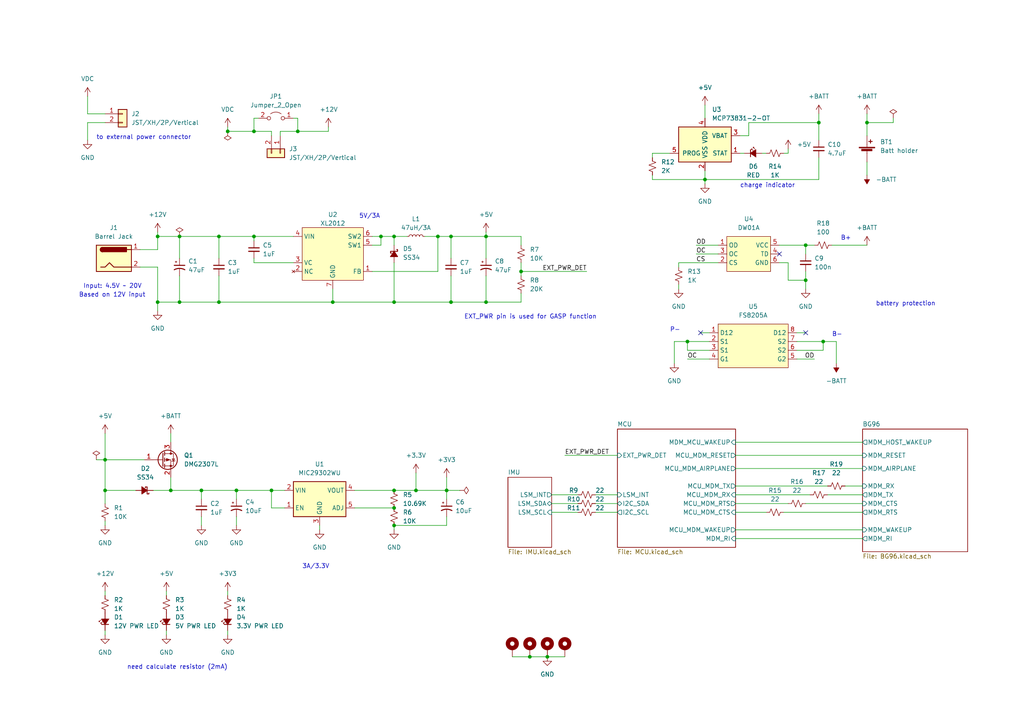
<source format=kicad_sch>
(kicad_sch (version 20211123) (generator eeschema)
  (paper "A4")
  (lib_symbols
    (symbol "+3.3V_1" (power) (pin_names (offset 0))
      (property "Value" "+3.3V_1" (at 0 3.556 0))
      (symbol "+3.3V_1_0_1"
        (polyline (pts (xy -0.762 1.27) (xy 0 2.54)))
        (polyline (pts (xy 0 0) (xy 0 2.54)))
        (polyline (pts (xy 0 2.54) (xy 0.762 1.27)))
      )
      (symbol "+3.3V_1_1_1"
        (pin power_in line (at 0 0 90) (length 0) hide (name "+3.3V") (number "1"))
      )
    )
    (symbol "Battery_Management:MCP73831-2-OT" (pin_names (offset 1.016))
      (property "Reference" "U" (at -7.62 6.35 0))
      (property "Value" "MCP73831-2-OT" (at 1.27 6.35 0))
      (symbol "MCP73831-2-OT_0_1"
        (rectangle (start -7.62 5.08) (end 7.62 -5.08) (stroke (width 0.254)) (fill (type background)))
      )
      (symbol "MCP73831-2-OT_1_1"
        (pin output line (at 10.16 -2.54 180) (length 2.54) (name "STAT") (number "1"))
        (pin power_in line (at 0 -7.62 90) (length 2.54) (name "VSS") (number "2"))
        (pin power_out line (at 10.16 2.54 180) (length 2.54) (name "VBAT") (number "3"))
        (pin power_in line (at 0 7.62 270) (length 2.54) (name "VDD") (number "4"))
        (pin input line (at -10.16 -2.54 0) (length 2.54) (name "PROG") (number "5"))
      )
    )
    (symbol "Connector:Barrel_Jack" (pin_names (offset 1.016))
      (property "Reference" "J" (at 0 5.334 0))
      (property "Value" "Barrel_Jack" (at 0 -5.08 0))
      (symbol "Barrel_Jack_0_1"
        (rectangle (start -5.08 3.81) (end 5.08 -3.81) (stroke (width 0.254)) (fill (type background)))
        (arc (start -3.302 3.175) (mid -3.937 2.54) (end -3.302 1.905) (stroke (width 0.254)))
        (arc (start -3.302 3.175) (mid -3.937 2.54) (end -3.302 1.905) (stroke (width 0.254)) (fill (type outline)))
        (polyline (pts (xy 5.08 2.54) (xy 3.81 2.54)) (stroke (width 0.254)))
        (polyline (pts (xy -3.81 -2.54) (xy -2.54 -2.54) (xy -1.27 -1.27) (xy 0 -2.54) (xy 2.54 -2.54) (xy 5.08 -2.54)) (stroke (width 0.254)))
        (rectangle (start 3.683 3.175) (end -3.302 1.905) (stroke (width 0.254)) (fill (type outline)))
      )
      (symbol "Barrel_Jack_1_1"
        (pin passive line (at 7.62 2.54 180) (length 2.54) (name "~") (number "1"))
        (pin passive line (at 7.62 -2.54 180) (length 2.54) (name "~") (number "2"))
      )
    )
    (symbol "Connector_Generic:Conn_01x02" (pin_names (offset 1.016) hide)
      (property "Reference" "J" (at 0 2.54 0))
      (property "Value" "Conn_01x02" (at 0 -5.08 0))
      (symbol "Conn_01x02_1_1"
        (rectangle (start -1.27 -2.413) (end 0 -2.667) (stroke (width 0.1524)))
        (rectangle (start -1.27 0.127) (end 0 -0.127) (stroke (width 0.1524)))
        (rectangle (start -1.27 1.27) (end 1.27 -3.81) (stroke (width 0.254)) (fill (type background)))
        (pin passive line (at -5.08 0 0) (length 3.81) (name "Pin_1") (number "1"))
        (pin passive line (at -5.08 -2.54 0) (length 3.81) (name "Pin_2") (number "2"))
      )
    )
    (symbol "Device:Battery_Cell" (pin_numbers hide) (pin_names (offset 0) hide)
      (property "Reference" "BT" (at 2.54 2.54 0))
      (property "Value" "Battery_Cell" (at 2.54 0 0))
      (symbol "Battery_Cell_0_1"
        (rectangle (start -2.286 1.778) (end 2.286 1.524) (fill (type outline)))
        (rectangle (start -1.5748 1.1938) (end 1.4732 0.6858) (fill (type outline)))
        (polyline (pts (xy 0 0.762) (xy 0 0)))
        (polyline (pts (xy 0 1.778) (xy 0 2.54)))
        (polyline (pts (xy 0.508 3.429) (xy 1.524 3.429)) (stroke (width 0.254)))
        (polyline (pts (xy 1.016 3.937) (xy 1.016 2.921)) (stroke (width 0.254)))
      )
      (symbol "Battery_Cell_1_1"
        (pin passive line (at 0 5.08 270) (length 2.54) (name "+") (number "1"))
        (pin passive line (at 0 -2.54 90) (length 2.54) (name "-") (number "2"))
      )
    )
    (symbol "Device:C_Polarized_Small_US" (pin_numbers hide) (pin_names (offset 0.254) hide)
      (property "Reference" "C" (at 0.254 1.778 0))
      (property "Value" "C_Polarized_Small_US" (at 0.254 -2.032 0))
      (symbol "C_Polarized_Small_US_0_1"
        (polyline (pts (xy -1.524 0.508) (xy 1.524 0.508)) (stroke (width 0.3048)))
        (polyline (pts (xy -1.27 1.524) (xy -0.762 1.524)))
        (polyline (pts (xy -1.016 1.27) (xy -1.016 1.778)))
        (arc (start 1.524 -0.762) (mid 0 -0.3734) (end -1.524 -0.762) (stroke (width 0.3048)))
      )
      (symbol "C_Polarized_Small_US_1_1"
        (pin passive line (at 0 2.54 270) (length 2.032) (name "~") (number "1"))
        (pin passive line (at 0 -2.54 90) (length 2.032) (name "~") (number "2"))
      )
    )
    (symbol "Device:C_Small" (pin_numbers hide) (pin_names (offset 0.254) hide)
      (property "Reference" "C" (at 0.254 1.778 0))
      (property "Value" "C_Small" (at 0.254 -2.032 0))
      (symbol "C_Small_0_1"
        (polyline (pts (xy -1.524 -0.508) (xy 1.524 -0.508)) (stroke (width 0.3302)))
        (polyline (pts (xy -1.524 0.508) (xy 1.524 0.508)) (stroke (width 0.3048)))
      )
      (symbol "C_Small_1_1"
        (pin passive line (at 0 2.54 270) (length 2.032) (name "~") (number "1"))
        (pin passive line (at 0 -2.54 90) (length 2.032) (name "~") (number "2"))
      )
    )
    (symbol "Device:D_Schottky_Small_Filled" (pin_numbers hide) (pin_names (offset 0.254) hide)
      (property "Reference" "D" (at -1.27 2.032 0))
      (property "Value" "D_Schottky_Small_Filled" (at -7.112 -2.032 0))
      (symbol "D_Schottky_Small_Filled_0_1"
        (polyline (pts (xy -0.762 0) (xy 0.762 0)))
        (polyline (pts (xy 0.762 -1.016) (xy -0.762 0) (xy 0.762 1.016) (xy 0.762 -1.016)) (stroke (width 0.254)) (fill (type outline)))
        (polyline (pts (xy -1.27 0.762) (xy -1.27 1.016) (xy -0.762 1.016) (xy -0.762 -1.016) (xy -0.254 -1.016) (xy -0.254 -0.762)) (stroke (width 0.254)))
      )
      (symbol "D_Schottky_Small_Filled_1_1"
        (pin passive line (at -2.54 0 0) (length 1.778) (name "K") (number "1"))
        (pin passive line (at 2.54 0 180) (length 1.778) (name "A") (number "2"))
      )
    )
    (symbol "Device:LED_Small_Filled" (pin_numbers hide) (pin_names (offset 0.254) hide)
      (property "Reference" "D" (at -1.27 3.175 0))
      (property "Value" "LED_Small_Filled" (at -4.445 -2.54 0))
      (symbol "LED_Small_Filled_0_1"
        (polyline (pts (xy -0.762 -1.016) (xy -0.762 1.016)) (stroke (width 0.254)))
        (polyline (pts (xy 1.016 0) (xy -0.762 0)))
        (polyline (pts (xy 0.762 -1.016) (xy -0.762 0) (xy 0.762 1.016) (xy 0.762 -1.016)) (stroke (width 0.254)) (fill (type outline)))
        (polyline (pts (xy 0 0.762) (xy -0.508 1.27) (xy -0.254 1.27) (xy -0.508 1.27) (xy -0.508 1.016)))
        (polyline (pts (xy 0.508 1.27) (xy 0 1.778) (xy 0.254 1.778) (xy 0 1.778) (xy 0 1.524)))
      )
      (symbol "LED_Small_Filled_1_1"
        (pin passive line (at -2.54 0 0) (length 1.778) (name "K") (number "1"))
        (pin passive line (at 2.54 0 180) (length 1.778) (name "A") (number "2"))
      )
    )
    (symbol "Device:L_Small" (pin_numbers hide) (pin_names (offset 0.254) hide)
      (property "Reference" "L" (at 0.762 1.016 0))
      (property "Value" "L_Small" (at 0.762 -1.016 0))
      (symbol "L_Small_0_1"
        (arc (start 0 -2.032) (mid 0.508 -1.524) (end 0 -1.016))
        (arc (start 0 -1.016) (mid 0.508 -0.508) (end 0 0))
        (arc (start 0 0) (mid 0.508 0.508) (end 0 1.016))
        (arc (start 0 1.016) (mid 0.508 1.524) (end 0 2.032))
      )
      (symbol "L_Small_1_1"
        (pin passive line (at 0 2.54 270) (length 0.508) (name "~") (number "1"))
        (pin passive line (at 0 -2.54 90) (length 0.508) (name "~") (number "2"))
      )
    )
    (symbol "Device:R_Small_US" (pin_numbers hide) (pin_names (offset 0.254) hide)
      (property "Reference" "R" (at 0.762 0.508 0))
      (property "Value" "R_Small_US" (at 0.762 -1.016 0))
      (symbol "R_Small_US_1_1"
        (polyline (pts (xy 0 0) (xy 1.016 -0.381) (xy 0 -0.762) (xy -1.016 -1.143) (xy 0 -1.524)))
        (polyline (pts (xy 0 1.524) (xy 1.016 1.143) (xy 0 0.762) (xy -1.016 0.381) (xy 0 0)))
        (pin passive line (at 0 2.54 270) (length 1.016) (name "~") (number "1"))
        (pin passive line (at 0 -2.54 90) (length 1.016) (name "~") (number "2"))
      )
    )
    (symbol "Jumper:Jumper_2_Open" (pin_names (offset 0) hide)
      (property "Reference" "JP" (at 0 2.794 0))
      (property "Value" "Jumper_2_Open" (at 0 -2.286 0))
      (symbol "Jumper_2_Open_0_0"
        (circle (center -2.032 0) (radius 0.508))
        (circle (center 2.032 0) (radius 0.508))
      )
      (symbol "Jumper_2_Open_0_1"
        (arc (start 1.524 1.27) (mid 0 1.778) (end -1.524 1.27))
      )
      (symbol "Jumper_2_Open_1_1"
        (pin passive line (at -5.08 0 0) (length 2.54) (name "A") (number "1"))
        (pin passive line (at 5.08 0 180) (length 2.54) (name "B") (number "2"))
      )
    )
    (symbol "Mechanical:MountingHole_Pad" (pin_numbers hide) (pin_names (offset 1.016) hide)
      (property "Reference" "H" (at 0 6.35 0))
      (property "Value" "MountingHole_Pad" (at 0 4.445 0))
      (symbol "MountingHole_Pad_0_1"
        (circle (center 0 1.27) (radius 1.27) (stroke (width 1.27)))
      )
      (symbol "MountingHole_Pad_1_1"
        (pin input line (at 0 -2.54 90) (length 2.54) (name "1") (number "1"))
      )
    )
    (symbol "Regulator_Linear:MIC29302WU"
      (property "Reference" "U" (at -6.35 6.35 0))
      (property "Value" "MIC29302WU" (at 2.54 6.35 0))
      (symbol "MIC29302WU_1_1"
        (rectangle (start -7.62 5.08) (end 7.62 -5.08) (stroke (width 0.254)) (fill (type background)))
        (pin input line (at -10.16 -2.54 0) (length 2.54) (name "EN") (number "1"))
        (pin power_in line (at -10.16 2.54 0) (length 2.54) (name "VIN") (number "2"))
        (pin power_in line (at 0 -7.62 90) (length 2.54) (name "GND") (number "3"))
        (pin power_out line (at 10.16 2.54 180) (length 2.54) (name "VOUT") (number "4"))
        (pin input line (at 10.16 -2.54 180) (length 2.54) (name "ADJ") (number "5"))
      )
    )
    (symbol "Transistor_FET:DMG2301L" (pin_names hide)
      (property "Reference" "Q" (at 5.08 1.905 0))
      (property "Value" "DMG2301L" (at 5.08 0 0))
      (symbol "DMG2301L_0_1"
        (polyline (pts (xy 0.254 0) (xy -2.54 0)))
        (polyline (pts (xy 0.254 1.905) (xy 0.254 -1.905)) (stroke (width 0.254)))
        (polyline (pts (xy 0.762 -1.27) (xy 0.762 -2.286)) (stroke (width 0.254)))
        (polyline (pts (xy 0.762 0.508) (xy 0.762 -0.508)) (stroke (width 0.254)))
        (polyline (pts (xy 0.762 2.286) (xy 0.762 1.27)) (stroke (width 0.254)))
        (polyline (pts (xy 2.54 2.54) (xy 2.54 1.778)))
        (polyline (pts (xy 2.54 -2.54) (xy 2.54 0) (xy 0.762 0)))
        (polyline (pts (xy 0.762 1.778) (xy 3.302 1.778) (xy 3.302 -1.778) (xy 0.762 -1.778)))
        (polyline (pts (xy 2.286 0) (xy 1.27 0.381) (xy 1.27 -0.381) (xy 2.286 0)) (fill (type outline)))
        (polyline (pts (xy 2.794 -0.508) (xy 2.921 -0.381) (xy 3.683 -0.381) (xy 3.81 -0.254)))
        (polyline (pts (xy 3.302 -0.381) (xy 2.921 0.254) (xy 3.683 0.254) (xy 3.302 -0.381)))
        (circle (center 1.651 0) (radius 2.794) (stroke (width 0.254)))
        (circle (center 2.54 -1.778) (radius 0.254) (fill (type outline)))
        (circle (center 2.54 1.778) (radius 0.254) (fill (type outline)))
      )
      (symbol "DMG2301L_1_1"
        (pin input line (at -5.08 0 0) (length 2.54) (name "G") (number "1"))
        (pin passive line (at 2.54 -5.08 90) (length 2.54) (name "S") (number "2"))
        (pin passive line (at 2.54 5.08 270) (length 2.54) (name "D") (number "3"))
      )
    )
    (symbol "power:+12V" (power) (pin_names (offset 0))
      (property "Value" "+12V" (at 0 3.556 0))
      (symbol "+12V_0_1"
        (polyline (pts (xy -0.762 1.27) (xy 0 2.54)))
        (polyline (pts (xy 0 0) (xy 0 2.54)))
        (polyline (pts (xy 0 2.54) (xy 0.762 1.27)))
      )
      (symbol "+12V_1_1"
        (pin power_in line (at 0 0 90) (length 0) hide (name "+12V") (number "1"))
      )
    )
    (symbol "power:+3.3V" (power) (pin_names (offset 0))
      (property "Value" "+3.3V" (at 0 3.556 0))
      (symbol "+3.3V_0_1"
        (polyline (pts (xy -0.762 1.27) (xy 0 2.54)))
        (polyline (pts (xy 0 0) (xy 0 2.54)))
        (polyline (pts (xy 0 2.54) (xy 0.762 1.27)))
      )
      (symbol "+3.3V_1_1"
        (pin power_in line (at 0 0 90) (length 0) hide (name "+3V3") (number "1"))
      )
    )
    (symbol "power:+5V" (power) (pin_names (offset 0))
      (property "Value" "+5V" (at 0 3.556 0))
      (symbol "+5V_0_1"
        (polyline (pts (xy -0.762 1.27) (xy 0 2.54)))
        (polyline (pts (xy 0 0) (xy 0 2.54)))
        (polyline (pts (xy 0 2.54) (xy 0.762 1.27)))
      )
      (symbol "+5V_1_1"
        (pin power_in line (at 0 0 90) (length 0) hide (name "+5V") (number "1"))
      )
    )
    (symbol "power:+BATT" (power) (pin_names (offset 0))
      (property "Value" "+BATT" (at 0 3.556 0))
      (symbol "+BATT_0_1"
        (polyline (pts (xy -0.762 1.27) (xy 0 2.54)))
        (polyline (pts (xy 0 0) (xy 0 2.54)))
        (polyline (pts (xy 0 2.54) (xy 0.762 1.27)))
      )
      (symbol "+BATT_1_1"
        (pin power_in line (at 0 0 90) (length 0) hide (name "+BATT") (number "1"))
      )
    )
    (symbol "power:-BATT" (power) (pin_names (offset 0))
      (property "Value" "-BATT" (at 0 3.556 0))
      (symbol "-BATT_0_1"
        (polyline (pts (xy 0 0) (xy 0 2.54)))
        (polyline (pts (xy 0.762 1.27) (xy -0.762 1.27) (xy 0 2.54) (xy 0.762 1.27)) (fill (type outline)))
      )
      (symbol "-BATT_1_1"
        (pin power_in line (at 0 0 90) (length 0) hide (name "-BATT") (number "1"))
      )
    )
    (symbol "power:GND" (power) (pin_names (offset 0))
      (property "Value" "GND" (at 0 -3.81 0))
      (symbol "GND_0_1"
        (polyline (pts (xy 0 0) (xy 0 -1.27) (xy 1.27 -1.27) (xy 0 -2.54) (xy -1.27 -1.27) (xy 0 -1.27)))
      )
      (symbol "GND_1_1"
        (pin power_in line (at 0 0 270) (length 0) hide (name "GND") (number "1"))
      )
    )
    (symbol "power:PWR_FLAG" (power) (pin_numbers hide) (pin_names (offset 0) hide)
      (property "Value" "PWR_FLAG" (at 0 3.81 0))
      (symbol "PWR_FLAG_0_0"
        (pin power_out line (at 0 0 90) (length 0) (name "pwr") (number "1"))
      )
      (symbol "PWR_FLAG_0_1"
        (polyline (pts (xy 0 0) (xy 0 1.27) (xy -1.016 1.905) (xy 0 2.54) (xy 1.016 1.905) (xy 0 1.27)))
      )
    )
    (symbol "power:VDC" (power) (pin_names (offset 0))
      (property "Value" "VDC" (at 0 6.35 0))
      (symbol "VDC_0_1"
        (polyline (pts (xy -0.762 1.27) (xy 0 2.54)))
        (polyline (pts (xy 0 0) (xy 0 2.54)))
        (polyline (pts (xy 0 2.54) (xy 0.762 1.27)))
      )
      (symbol "VDC_1_1"
        (pin power_in line (at 0 0 90) (length 0) hide (name "VDC") (number "1"))
      )
    )
    (symbol "project-lib:DW01A"
      (property "Reference" "U11" (at 0 10.16 0))
      (property "Value" "DW01A" (at 0 7.62 0))
      (symbol "DW01A_0_1"
        (rectangle (start -6.35 5.08) (end 6.35 -5.08) (fill (type background)))
      )
      (symbol "DW01A_1_1"
        (pin output line (at -8.89 2.54 0) (length 2.54) (name "OD") (number "1"))
        (pin input line (at -8.89 -2.54 0) (length 2.54) (name "CS") (number "2"))
        (pin output line (at -8.89 0 0) (length 2.54) (name "OC") (number "3"))
        (pin input line (at 8.89 0 180) (length 2.54) (name "TD") (number "4"))
        (pin power_in line (at 8.89 2.54 180) (length 2.54) (name "VCC") (number "5"))
        (pin power_in line (at 8.89 -2.54 180) (length 2.54) (name "GND") (number "6"))
      )
    )
    (symbol "project-lib:FS8205A"
      (property "Reference" "U8" (at 0 10.16 0))
      (property "Value" "FS8205A" (at 0 7.62 0))
      (symbol "FS8205A_0_1"
        (rectangle (start -10.16 5.08) (end 10.16 -7.62) (fill (type background)))
      )
      (symbol "FS8205A_1_1"
        (pin passive line (at -12.7 2.54 0) (length 2.54) (name "D12") (number "1"))
        (pin passive line (at -12.7 0 0) (length 2.54) (name "S1") (number "2"))
        (pin passive line (at -12.7 -2.54 0) (length 2.54) (name "S1") (number "3"))
        (pin passive line (at -12.7 -5.08 0) (length 2.54) (name "G1") (number "4"))
        (pin passive line (at 12.7 -5.08 180) (length 2.54) (name "G2") (number "5"))
        (pin passive line (at 12.7 -2.54 180) (length 2.54) (name "S2") (number "6"))
        (pin passive line (at 12.7 0 180) (length 2.54) (name "S2") (number "7"))
        (pin passive line (at 12.7 2.54 180) (length 2.54) (name "D12") (number "8"))
      )
    )
    (symbol "project-lib:XL2012"
      (property "Reference" "U" (at 1.27 35.56 0))
      (property "Value" "XL2012" (at 1.27 35.56 0))
      (symbol "XL2012_0_1"
        (rectangle (start -8.89 7.62) (end 8.89 -7.62) (fill (type background)))
      )
      (symbol "XL2012_1_1"
        (pin input line (at 11.43 -5.08 180) (length 2.54) (name "FB") (number "1"))
        (pin no_connect line (at -11.43 -5.08 0) (length 2.54) (name "NC") (number "2"))
        (pin input line (at -11.43 -2.54 0) (length 2.54) (name "VC") (number "3"))
        (pin power_in line (at -11.43 5.08 0) (length 2.54) (name "VIN") (number "4"))
        (pin output line (at 11.43 2.54 180) (length 2.54) (name "SW1") (number "5"))
        (pin output line (at 11.43 5.08 180) (length 2.54) (name "SW2") (number "6"))
        (pin power_in line (at 0 -10.16 90) (length 2.54) (name "GND") (number "7"))
        (pin power_in line (at 0 -10.16 90) (length 2.54) hide (name "GND") (number "8"))
      )
    )
  )
  (junction (at 237.49 35.56))
  (junction (at 58.42 142.24))
  (junction (at 52.07 68.58))
  (junction (at 130.81 87.63))
  (junction (at 238.76 99.06))
  (junction (at 204.47 52.07))
  (junction (at 233.68 81.28))
  (junction (at 114.3 142.24))
  (junction (at 73.66 68.58))
  (junction (at 73.66 38.1))
  (junction (at 45.72 87.63))
  (junction (at 129.54 142.24))
  (junction (at 140.97 68.58))
  (junction (at 140.97 87.63))
  (junction (at 30.48 133.35))
  (junction (at 120.65 142.24))
  (junction (at 110.49 68.58))
  (junction (at 68.58 142.24))
  (junction (at 114.3 152.4))
  (junction (at 251.46 35.56))
  (junction (at 86.36 38.1))
  (junction (at 45.72 68.58))
  (junction (at 114.3 147.32))
  (junction (at 114.3 68.58))
  (junction (at 153.67 190.5))
  (junction (at 233.68 71.12))
  (junction (at 151.13 78.74))
  (junction (at 78.74 142.24))
  (junction (at 158.75 190.5))
  (junction (at 66.04 38.1))
  (junction (at 127 68.58))
  (junction (at 63.5 87.63))
  (junction (at 96.52 87.63))
  (junction (at 63.5 68.58))
  (junction (at 199.39 99.06))
  (junction (at 49.53 142.24))
  (junction (at 52.07 87.63))
  (junction (at 130.81 68.58))
  (junction (at 30.48 142.24))
  (junction (at 114.3 87.63))
  (no_connect (at 233.68 96.52))
  (no_connect (at 226.06 73.66))
  (no_connect (at 203.2 96.52))
  (wire (pts (xy 45.72 68.58) (xy 45.72 72.39)))
  (wire (pts (xy 233.68 83.82) (xy 233.68 81.28)))
  (wire (pts (xy 214.63 44.45) (xy 215.9 44.45)))
  (wire (pts (xy 213.36 135.89) (xy 250.19 135.89)))
  (wire (pts (xy 231.14 96.52) (xy 233.68 96.52)))
  (wire (pts (xy 66.04 36.83) (xy 66.04 38.1)))
  (wire (pts (xy 213.36 128.27) (xy 250.19 128.27)))
  (wire (pts (xy 30.48 33.02) (xy 25.4 33.02)))
  (wire (pts (xy 241.3 71.12) (xy 251.46 71.12)))
  (wire (pts (xy 204.47 52.07) (xy 204.47 53.34)))
  (wire (pts (xy 160.02 148.59) (xy 167.64 148.59)))
  (wire (pts (xy 228.6 76.2) (xy 228.6 81.28)))
  (wire (pts (xy 196.85 76.2) (xy 208.28 76.2)))
  (wire (pts (xy 228.6 81.28) (xy 233.68 81.28)))
  (wire (pts (xy 110.49 68.58) (xy 114.3 68.58)))
  (wire (pts (xy 204.47 52.07) (xy 204.47 49.53)))
  (wire (pts (xy 73.66 34.29) (xy 73.66 38.1)))
  (wire (pts (xy 195.58 99.06) (xy 199.39 99.06)))
  (wire (pts (xy 30.48 133.35) (xy 41.91 133.35)))
  (wire (pts (xy 78.74 147.32) (xy 78.74 142.24)))
  (wire (pts (xy 78.74 142.24) (xy 82.55 142.24)))
  (wire (pts (xy 107.95 71.12) (xy 110.49 71.12)))
  (wire (pts (xy 48.26 182.88) (xy 48.26 184.15)))
  (wire (pts (xy 213.36 153.67) (xy 250.19 153.67)))
  (wire (pts (xy 151.13 78.74) (xy 151.13 80.01)))
  (wire (pts (xy 49.53 125.73) (xy 49.53 128.27)))
  (wire (pts (xy 214.63 39.37) (xy 217.17 39.37)))
  (wire (pts (xy 160.02 143.51) (xy 167.64 143.51)))
  (wire (pts (xy 45.72 67.31) (xy 45.72 68.58)))
  (wire (pts (xy 237.49 45.72) (xy 237.49 52.07)))
  (wire (pts (xy 245.11 140.97) (xy 250.19 140.97)))
  (wire (pts (xy 123.19 68.58) (xy 127 68.58)))
  (wire (pts (xy 213.36 146.05) (xy 228.6 146.05)))
  (wire (pts (xy 86.36 38.1) (xy 95.25 38.1)))
  (wire (pts (xy 81.28 39.37) (xy 81.28 38.1)))
  (wire (pts (xy 140.97 68.58) (xy 151.13 68.58)))
  (wire (pts (xy 220.98 44.45) (xy 222.25 44.45)))
  (wire (pts (xy 85.09 34.29) (xy 86.36 34.29)))
  (wire (pts (xy 189.23 52.07) (xy 204.47 52.07)))
  (wire (pts (xy 120.65 142.24) (xy 129.54 142.24)))
  (wire (pts (xy 30.48 133.35) (xy 30.48 142.24)))
  (wire (pts (xy 25.4 27.94) (xy 25.4 33.02)))
  (wire (pts (xy 96.52 87.63) (xy 114.3 87.63)))
  (wire (pts (xy 63.5 68.58) (xy 63.5 74.93)))
  (wire (pts (xy 73.66 74.93) (xy 73.66 76.2)))
  (wire (pts (xy 52.07 68.58) (xy 52.07 74.93)))
  (wire (pts (xy 102.87 147.32) (xy 114.3 147.32)))
  (wire (pts (xy 92.71 152.4) (xy 92.71 153.67)))
  (wire (pts (xy 204.47 30.48) (xy 204.47 34.29)))
  (wire (pts (xy 58.42 142.24) (xy 58.42 144.78)))
  (wire (pts (xy 217.17 35.56) (xy 237.49 35.56)))
  (wire (pts (xy 129.54 138.43) (xy 129.54 142.24)))
  (wire (pts (xy 129.54 142.24) (xy 133.35 142.24)))
  (wire (pts (xy 151.13 76.2) (xy 151.13 78.74)))
  (wire (pts (xy 45.72 90.17) (xy 45.72 87.63)))
  (wire (pts (xy 194.31 44.45) (xy 189.23 44.45)))
  (wire (pts (xy 237.49 35.56) (xy 237.49 40.64)))
  (wire (pts (xy 52.07 87.63) (xy 52.07 80.01)))
  (wire (pts (xy 107.95 68.58) (xy 110.49 68.58)))
  (wire (pts (xy 226.06 71.12) (xy 233.68 71.12)))
  (wire (pts (xy 58.42 149.86) (xy 58.42 152.4)))
  (wire (pts (xy 127 78.74) (xy 127 68.58)))
  (wire (pts (xy 114.3 76.2) (xy 114.3 87.63)))
  (wire (pts (xy 58.42 142.24) (xy 68.58 142.24)))
  (wire (pts (xy 199.39 101.6) (xy 199.39 99.06)))
  (wire (pts (xy 189.23 50.8) (xy 189.23 52.07)))
  (wire (pts (xy 82.55 147.32) (xy 78.74 147.32)))
  (wire (pts (xy 127 68.58) (xy 130.81 68.58)))
  (wire (pts (xy 114.3 152.4) (xy 114.3 153.67)))
  (wire (pts (xy 242.57 105.41) (xy 242.57 99.06)))
  (wire (pts (xy 227.33 148.59) (xy 250.19 148.59)))
  (wire (pts (xy 238.76 99.06) (xy 242.57 99.06)))
  (wire (pts (xy 102.87 142.24) (xy 114.3 142.24)))
  (wire (pts (xy 52.07 87.63) (xy 63.5 87.63)))
  (wire (pts (xy 231.14 99.06) (xy 238.76 99.06)))
  (wire (pts (xy 172.72 148.59) (xy 179.07 148.59)))
  (wire (pts (xy 73.66 38.1) (xy 78.74 38.1)))
  (wire (pts (xy 30.48 142.24) (xy 39.37 142.24)))
  (wire (pts (xy 140.97 87.63) (xy 151.13 87.63)))
  (wire (pts (xy 114.3 87.63) (xy 130.81 87.63)))
  (wire (pts (xy 63.5 80.01) (xy 63.5 87.63)))
  (wire (pts (xy 130.81 80.01) (xy 130.81 87.63)))
  (wire (pts (xy 240.03 143.51) (xy 250.19 143.51)))
  (wire (pts (xy 130.81 68.58) (xy 140.97 68.58)))
  (wire (pts (xy 25.4 35.56) (xy 25.4 40.64)))
  (wire (pts (xy 226.06 76.2) (xy 228.6 76.2)))
  (wire (pts (xy 49.53 142.24) (xy 58.42 142.24)))
  (wire (pts (xy 213.36 132.08) (xy 250.19 132.08)))
  (wire (pts (xy 68.58 149.86) (xy 68.58 152.4)))
  (wire (pts (xy 30.48 125.73) (xy 30.48 133.35)))
  (wire (pts (xy 172.72 143.51) (xy 179.07 143.51)))
  (wire (pts (xy 30.48 151.13) (xy 30.48 152.4)))
  (wire (pts (xy 81.28 38.1) (xy 86.36 38.1)))
  (wire (pts (xy 30.48 142.24) (xy 30.48 146.05)))
  (wire (pts (xy 120.65 137.16) (xy 120.65 142.24)))
  (wire (pts (xy 114.3 68.58) (xy 114.3 71.12)))
  (wire (pts (xy 27.94 133.35) (xy 30.48 133.35)))
  (wire (pts (xy 63.5 87.63) (xy 96.52 87.63)))
  (wire (pts (xy 86.36 34.29) (xy 86.36 38.1)))
  (wire (pts (xy 95.25 38.1) (xy 95.25 36.83)))
  (wire (pts (xy 189.23 44.45) (xy 189.23 45.72)))
  (wire (pts (xy 160.02 146.05) (xy 167.64 146.05)))
  (wire (pts (xy 129.54 152.4) (xy 114.3 152.4)))
  (wire (pts (xy 196.85 76.2) (xy 196.85 77.47)))
  (wire (pts (xy 110.49 71.12) (xy 110.49 68.58)))
  (wire (pts (xy 231.14 104.14) (xy 236.22 104.14)))
  (wire (pts (xy 151.13 68.58) (xy 151.13 71.12)))
  (wire (pts (xy 73.66 76.2) (xy 85.09 76.2)))
  (wire (pts (xy 25.4 35.56) (xy 30.48 35.56)))
  (wire (pts (xy 148.59 190.5) (xy 153.67 190.5)))
  (wire (pts (xy 231.14 101.6) (xy 238.76 101.6)))
  (wire (pts (xy 114.3 68.58) (xy 118.11 68.58)))
  (wire (pts (xy 52.07 68.58) (xy 63.5 68.58)))
  (wire (pts (xy 68.58 142.24) (xy 68.58 144.78)))
  (wire (pts (xy 237.49 33.02) (xy 237.49 35.56)))
  (wire (pts (xy 233.68 71.12) (xy 236.22 71.12)))
  (wire (pts (xy 74.93 34.29) (xy 73.66 34.29)))
  (wire (pts (xy 213.36 148.59) (xy 222.25 148.59)))
  (wire (pts (xy 66.04 171.45) (xy 66.04 172.72)))
  (wire (pts (xy 107.95 78.74) (xy 127 78.74)))
  (wire (pts (xy 45.72 77.47) (xy 45.72 87.63)))
  (wire (pts (xy 208.28 71.12) (xy 201.93 71.12)))
  (wire (pts (xy 233.68 73.66) (xy 233.68 71.12)))
  (wire (pts (xy 40.64 72.39) (xy 45.72 72.39)))
  (wire (pts (xy 199.39 104.14) (xy 205.74 104.14)))
  (wire (pts (xy 78.74 38.1) (xy 78.74 39.37)))
  (wire (pts (xy 213.36 143.51) (xy 234.95 143.51)))
  (wire (pts (xy 251.46 35.56) (xy 251.46 39.37)))
  (wire (pts (xy 151.13 78.74) (xy 170.18 78.74)))
  (wire (pts (xy 68.58 142.24) (xy 78.74 142.24)))
  (wire (pts (xy 66.04 182.88) (xy 66.04 184.15)))
  (wire (pts (xy 237.49 52.07) (xy 204.47 52.07)))
  (wire (pts (xy 158.75 190.5) (xy 163.83 190.5)))
  (wire (pts (xy 151.13 85.09) (xy 151.13 87.63)))
  (wire (pts (xy 251.46 35.56) (xy 259.08 35.56)))
  (wire (pts (xy 129.54 149.86) (xy 129.54 152.4)))
  (wire (pts (xy 238.76 99.06) (xy 238.76 101.6)))
  (wire (pts (xy 233.68 81.28) (xy 233.68 78.74)))
  (wire (pts (xy 45.72 87.63) (xy 52.07 87.63)))
  (wire (pts (xy 140.97 68.58) (xy 140.97 74.93)))
  (wire (pts (xy 140.97 67.31) (xy 140.97 68.58)))
  (wire (pts (xy 195.58 105.41) (xy 195.58 99.06)))
  (wire (pts (xy 259.08 35.56) (xy 259.08 34.29)))
  (wire (pts (xy 45.72 68.58) (xy 52.07 68.58)))
  (wire (pts (xy 217.17 39.37) (xy 217.17 35.56)))
  (wire (pts (xy 228.6 44.45) (xy 227.33 44.45)))
  (wire (pts (xy 199.39 99.06) (xy 205.74 99.06)))
  (wire (pts (xy 201.93 73.66) (xy 208.28 73.66)))
  (wire (pts (xy 40.64 77.47) (xy 45.72 77.47)))
  (wire (pts (xy 114.3 142.24) (xy 120.65 142.24)))
  (wire (pts (xy 96.52 87.63) (xy 96.52 83.82)))
  (wire (pts (xy 172.72 146.05) (xy 179.07 146.05)))
  (wire (pts (xy 48.26 171.45) (xy 48.26 172.72)))
  (wire (pts (xy 196.85 83.82) (xy 196.85 82.55)))
  (wire (pts (xy 251.46 46.99) (xy 251.46 50.8)))
  (wire (pts (xy 251.46 33.02) (xy 251.46 35.56)))
  (wire (pts (xy 130.81 87.63) (xy 140.97 87.63)))
  (wire (pts (xy 129.54 142.24) (xy 129.54 144.78)))
  (wire (pts (xy 49.53 142.24) (xy 49.53 138.43)))
  (wire (pts (xy 66.04 38.1) (xy 73.66 38.1)))
  (wire (pts (xy 203.2 96.52) (xy 205.74 96.52)))
  (wire (pts (xy 153.67 190.5) (xy 158.75 190.5)))
  (wire (pts (xy 205.74 101.6) (xy 199.39 101.6)))
  (wire (pts (xy 213.36 156.21) (xy 250.19 156.21)))
  (wire (pts (xy 130.81 68.58) (xy 130.81 74.93)))
  (wire (pts (xy 140.97 80.01) (xy 140.97 87.63)))
  (wire (pts (xy 30.48 182.88) (xy 30.48 184.15)))
  (wire (pts (xy 163.83 132.08) (xy 179.07 132.08)))
  (wire (pts (xy 233.68 146.05) (xy 250.19 146.05)))
  (wire (pts (xy 63.5 68.58) (xy 73.66 68.58)))
  (wire (pts (xy 44.45 142.24) (xy 49.53 142.24)))
  (wire (pts (xy 73.66 68.58) (xy 85.09 68.58)))
  (wire (pts (xy 30.48 171.45) (xy 30.48 172.72)))
  (wire (pts (xy 213.36 140.97) (xy 240.03 140.97)))
  (wire (pts (xy 73.66 68.58) (xy 73.66 69.85)))
  (wire (pts (xy 228.6 43.18) (xy 228.6 44.45)))
  (text "to external power connector" (at 27.94 40.64 0) (effects (font (size 1.27 1.27)) (justify left bottom)))
  (text "3A/3.3V" (at 87.63 165.1 0) (effects (font (size 1.27 1.27)) (justify left bottom)))
  (text "B-" (at 241.3 97.79 0) (effects (font (size 1.27 1.27)) (justify left bottom)))
  (text "B+" (at 243.84 69.85 0) (effects (font (size 1.27 1.27)) (justify left bottom)))
  (text "Input: 4.5V ~ 20V\n" (at 24.13 83.82 0) (effects (font (size 1.27 1.27)) (justify left bottom)))
  (text "EXT_PWR pin is used for GASP function" (at 134.62 92.71 0) (effects (font (size 1.27 1.27)) (justify left bottom)))
  (text "need calculate resistor (2mA)" (at 36.83 194.31 0) (effects (font (size 1.27 1.27)) (justify left bottom)))
  (text "5V/3A" (at 104.14 63.5 0) (effects (font (size 1.27 1.27)) (justify left bottom)))
  (text "charge indicator\n" (at 214.63 54.61 0) (effects (font (size 1.27 1.27)) (justify left bottom)))
  (text "Based on 12V input" (at 22.86 86.36 0) (effects (font (size 1.27 1.27)) (justify left bottom)))
  (text "battery protection\n" (at 254 88.9 0) (effects (font (size 1.27 1.27)) (justify left bottom)))
  (text "P-" (at 194.2973 96.4604 0) (effects (font (size 1.27 1.27)) (justify left bottom)))
  (label "EXT_PWR_DET" (at 163.83 132.08 0))
  (label "CS" (at 201.93 76.2 0))
  (label "OD" (at 236.22 104.14 180))
  (label "OC" (at 199.39 104.14 0))
  (label "OC" (at 201.93 73.66 0))
  (label "OD" (at 201.93 71.12 0))
  (label "EXT_PWR_DET" (at 170.18 78.74 180))
  (symbol (lib_id "power:+BATT") (at 237.49 33.02 0) (unit 1)
    (property "Reference" "#PWR029" (effects hide))
    (property "Value" "+BATT" (at 237.49 27.94 0))
  )
  (symbol (lib_id "power:GND") (at 58.42 152.4 0) (unit 1)
    (property "Reference" "#PWR012" (effects hide))
    (property "Value" "GND" (at 58.42 157.48 0))
  )
  (symbol (lib_id "Connector_Generic:Conn_01x02") (at 35.56 33.02 0) (unit 1)
    (property "Reference" "J2" (at 38.1 33.0199 0) (effects (justify left)))
    (property "Value" "JST/XH/2P/Vertical" (at 38.1 35.5599 0) (effects (justify left)))
    (property "Footprint" "Connector_JST:JST_XH_B2B-XH-A_1x02_P2.50mm_Vertical" (effects hide))
  )
  (symbol (lib_id "power:GND") (at 196.85 83.82 0) (unit 1)
    (property "Reference" "#PWR024" (effects hide))
    (property "Value" "GND" (at 196.85 88.9 0))
  )
  (symbol (lib_id "project-lib:XL2012") (at 96.52 73.66 0) (unit 1)
    (property "Reference" "U2" (at 96.52 62.23 0))
    (property "Value" "XL2012" (at 96.52 64.77 0))
    (property "Footprint" "Package_SO:SOP-8_3.9x4.9mm_P1.27mm" (effects hide))
    (property "LCSC" "C73338" (effects hide))
  )
  (symbol (lib_id "Device:C_Small") (at 233.68 76.2 0) (unit 1)
    (property "Reference" "C9" (at 236.22 74.9362 0) (effects (justify left)))
    (property "Value" "100n" (at 236.22 77.4762 0) (effects (justify left)))
    (property "Footprint" "Capacitor_SMD:C_0603_1608Metric" (effects hide))
    (property "LCSC" "C307331" (effects hide))
  )
  (symbol (lib_id "Device:R_Small_US") (at 224.79 148.59 90) (unit 1)
    (property "Reference" "R15" (at 224.79 142.24 90))
    (property "Value" "22" (at 224.79 144.78 90))
    (property "Footprint" "Resistor_SMD:R_0603_1608Metric" (effects hide))
    (property "LCSC" "C23345" (effects hide))
  )
  (symbol (lib_id "Transistor_FET:DMG2301L") (at 46.99 133.35 0) (unit 1)
    (property "Reference" "Q1" (at 53.34 132.0799 0) (effects (justify left)))
    (property "Value" "DMG2307L" (at 53.34 134.6199 0) (effects (justify left)))
    (property "Footprint" "Package_TO_SOT_SMD:SOT-23" (effects hide))
    (property "Datasheet" "https://www.diodes.com/assets/Datasheets/DMG2301L.pdf" (effects hide))
  )
  (symbol (lib_id "power:GND") (at 204.47 53.34 0) (unit 1)
    (property "Reference" "#PWR026" (effects hide))
    (property "Value" "GND" (at 204.47 58.42 0))
  )
  (symbol (lib_id "project-lib:FS8205A") (at 218.44 99.06 0) (unit 1)
    (property "Reference" "U5" (at 218.44 88.9 0))
    (property "Value" "FS8205A" (at 218.44 91.44 0))
    (property "Footprint" "Package_SO:TSSOP-8_4.4x3mm_P0.65mm" (effects hide))
    (property "LCSC" "C16052" (effects hide))
  )
  (symbol (lib_id "Device:R_Small_US") (at 114.3 149.86 0) (unit 1)
    (property "Reference" "R6" (at 116.84 148.5899 0) (effects (justify left)))
    (property "Value" "10K" (at 116.84 151.1299 0) (effects (justify left)))
    (property "Footprint" "Resistor_SMD:R_0603_1608Metric" (effects hide))
    (property "LCSC" "C25804" (effects hide))
  )
  (symbol (lib_id "Device:C_Small") (at 58.42 147.32 0) (unit 1)
    (property "Reference" "C2" (at 60.96 146.0562 0) (effects (justify left)))
    (property "Value" "1uF" (at 60.96 148.5962 0) (effects (justify left)))
    (property "Footprint" "Capacitor_SMD:C_1206_3216Metric" (effects hide))
    (property "LCSC" "C1848" (effects hide))
  )
  (symbol (lib_id "Device:C_Polarized_Small_US") (at 68.58 147.32 0) (unit 1)
    (property "Reference" "C4" (at 71.12 145.6181 0) (effects (justify left)))
    (property "Value" "10uF" (at 71.12 148.1581 0) (effects (justify left)))
    (property "Footprint" "Hy_Library:CP_EIA-3216-18_Kemet-A" (effects hide))
    (property "LCSC" "C7171" (effects hide))
  )
  (symbol (lib_id "power:+BATT") (at 251.46 71.12 0) (unit 1)
    (property "Reference" "#PWR033" (effects hide))
    (property "Value" "+BATT" (at 251.46 66.04 0))
  )
  (symbol (lib_id "Mechanical:MountingHole_Pad") (at 163.83 187.96 0) (unit 1)
    (property "Reference" "H4" (effects hide))
    (property "Value" "MountingHole_Pad" (effects hide))
    (property "Footprint" "MountingHole:MountingHole_3.2mm_M3_Pad_Via" (effects hide))
  )
  (symbol (lib_id "Device:C_Small") (at 130.81 77.47 0) (unit 1)
    (property "Reference" "C7" (at 133.35 76.2062 0) (effects (justify left)))
    (property "Value" "1uF" (at 133.35 78.7462 0) (effects (justify left)))
    (property "Footprint" "Capacitor_SMD:C_1206_3216Metric" (effects hide))
    (property "LCSC" "C1848" (effects hide))
  )
  (symbol (lib_id "Device:D_Schottky_Small_Filled") (at 41.91 142.24 180) (unit 1)
    (property "Reference" "D2" (at 42.164 135.89 0))
    (property "Value" "SS34" (at 42.164 138.43 0))
    (property "Footprint" "Diode_SMD:D_SMA" (effects hide))
    (property "LCSC" "C8678" (effects hide))
  )
  (symbol (lib_id "Device:R_Small_US") (at 242.57 140.97 90) (unit 1)
    (property "Reference" "R19" (at 242.57 134.62 90))
    (property "Value" "22" (at 242.57 137.16 90))
    (property "Footprint" "Resistor_SMD:R_0603_1608Metric" (effects hide))
    (property "LCSC" "C23345" (effects hide))
  )
  (symbol (lib_id "power:+3.3V") (at 66.04 171.45 0) (unit 1)
    (property "Reference" "#PWR014" (effects hide))
    (property "Value" "+3.3V" (at 66.04 166.37 0))
  )
  (symbol (lib_id "power:PWR_FLAG") (at 52.07 68.58 0) (unit 1)
    (property "Reference" "#FLG01" (effects hide))
    (property "Value" "PWR_FLAG" (effects hide))
  )
  (symbol (lib_id "power:+5V") (at 30.48 125.73 0) (unit 1)
    (property "Reference" "#PWR03" (effects hide))
    (property "Value" "+5V" (at 30.48 120.65 0))
  )
  (symbol (lib_id "Mechanical:MountingHole_Pad") (at 153.67 187.96 0) (unit 1)
    (property "Reference" "H2" (effects hide))
    (property "Value" "MountingHole_Pad" (effects hide))
    (property "Footprint" "MountingHole:MountingHole_3.2mm_M3_Pad_Via" (effects hide))
  )
  (symbol (lib_id "power:PWR_FLAG") (at 259.08 34.29 0) (unit 1)
    (property "Reference" "#FLG0104" (effects hide))
    (property "Value" "PWR_FLAG" (effects hide))
  )
  (symbol (lib_id "Device:R_Small_US") (at 224.79 44.45 90) (unit 1)
    (property "Reference" "R14" (at 224.79 48.26 90))
    (property "Value" "1K" (at 224.79 50.8 90))
    (property "Footprint" "Resistor_SMD:R_0603_1608Metric" (effects hide))
  )
  (symbol (lib_id "Device:R_Small_US") (at 151.13 82.55 0) (unit 1)
    (property "Reference" "R8" (at 153.67 81.2799 0) (effects (justify left)))
    (property "Value" "20K" (at 153.67 83.8199 0) (effects (justify left)))
    (property "Footprint" "Resistor_SMD:R_0603_1608Metric" (effects hide))
  )
  (symbol (lib_id "Device:C_Small") (at 237.49 43.18 0) (unit 1)
    (property "Reference" "C10" (at 240.03 41.9162 0) (effects (justify left)))
    (property "Value" "4.7uF" (at 240.03 44.4562 0) (effects (justify left)))
    (property "Footprint" "Capacitor_SMD:C_0805_2012Metric" (effects hide))
    (property "LCSC" "C1848" (effects hide))
  )
  (symbol (lib_id "power:GND") (at 114.3 153.67 0) (unit 1)
    (property "Reference" "#PWR019" (effects hide))
    (property "Value" "GND" (at 114.3 158.75 0))
  )
  (symbol (lib_id "Connector_Generic:Conn_01x02") (at 81.28 44.45 270) (unit 1)
    (property "Reference" "J3" (at 83.82 43.1799 90) (effects (justify left)))
    (property "Value" "JST/XH/2P/Vertical" (at 83.82 45.7199 90) (effects (justify left)))
    (property "Footprint" "Connector_JST:JST_XH_B2B-XH-A_1x02_P2.50mm_Vertical" (effects hide))
  )
  (symbol (lib_id "Mechanical:MountingHole_Pad") (at 158.75 187.96 0) (unit 1)
    (property "Reference" "H3" (effects hide))
    (property "Value" "MountingHole_Pad" (effects hide))
    (property "Footprint" "MountingHole:MountingHole_3.2mm_M3_Pad_Via" (effects hide))
  )
  (symbol (lib_id "power:GND") (at 45.72 90.17 0) (unit 1)
    (property "Reference" "#PWR08" (effects hide))
    (property "Value" "GND" (at 45.72 95.25 0))
  )
  (symbol (lib_id "power:-BATT") (at 242.57 105.41 180) (unit 1)
    (property "Reference" "#PWR030" (effects hide))
    (property "Value" "-BATT" (at 242.57 110.49 0))
  )
  (symbol (lib_id "power:+5V") (at 204.47 30.48 0) (unit 1)
    (property "Reference" "#PWR025" (effects hide))
    (property "Value" "+5V" (at 204.47 25.4 0))
  )
  (symbol (lib_id "power:-BATT") (at 251.46 50.8 180) (unit 1)
    (property "Reference" "#PWR032" (effects hide))
    (property "Value" "-BATT" (at 254 52.0699 0) (effects (justify right)))
  )
  (symbol (lib_id "Device:C_Small") (at 73.66 72.39 0) (unit 1)
    (property "Reference" "C5" (at 76.2 71.1262 0) (effects (justify left)))
    (property "Value" "1uF" (at 76.2 73.6662 0) (effects (justify left)))
    (property "Footprint" "Capacitor_SMD:C_1206_3216Metric" (effects hide))
    (property "LCSC" "C1848" (effects hide))
  )
  (symbol (lib_id "Device:R_Small_US") (at 30.48 175.26 180) (unit 1)
    (property "Reference" "R2" (at 33.02 173.9899 0) (effects (justify right)))
    (property "Value" "1K" (at 33.02 176.5299 0) (effects (justify right)))
    (property "Footprint" "Resistor_SMD:R_0603_1608Metric" (effects hide))
  )
  (symbol (lib_id "power:GND") (at 30.48 184.15 0) (unit 1)
    (property "Reference" "#PWR06" (effects hide))
    (property "Value" "GND" (at 30.48 189.23 0))
  )
  (symbol (lib_id "Device:R_Small_US") (at 66.04 175.26 180) (unit 1)
    (property "Reference" "R4" (at 68.58 173.9899 0) (effects (justify right)))
    (property "Value" "1K" (at 68.58 176.5299 0) (effects (justify right)))
    (property "Footprint" "Resistor_SMD:R_0603_1608Metric" (effects hide))
  )
  (symbol (lib_id "power:VDC") (at 66.04 36.83 0) (unit 1)
    (property "Reference" "#PWR013" (effects hide))
    (property "Value" "VDC" (at 66.04 31.75 0))
  )
  (symbol (lib_id "project-lib:DW01A") (at 217.17 73.66 0) (unit 1)
    (property "Reference" "U4" (at 217.17 63.5 0))
    (property "Value" "DW01A" (at 217.17 66.04 0))
    (property "Footprint" "Package_TO_SOT_SMD:SOT-23-6" (effects hide))
    (property "LCSC" "C14213" (effects hide))
  )
  (symbol (lib_id "Device:R_Small_US") (at 196.85 80.01 0) (unit 1)
    (property "Reference" "R13" (at 199.39 78.7399 0) (effects (justify left)))
    (property "Value" "1K" (at 199.39 81.2799 0) (effects (justify left)))
    (property "Footprint" "Resistor_SMD:R_0402_1005Metric" (effects hide))
    (property "LCSC" "C11702" (effects hide))
  )
  (symbol (lib_id "Connector:Barrel_Jack") (at 33.02 74.93 0) (unit 1)
    (property "Reference" "J1" (at 33.02 66.04 0))
    (property "Value" "Barrel Jack" (at 33.02 68.58 0))
    (property "Footprint" "Connector_BarrelJack:BarrelJack_Horizontal" (effects hide))
    (property "LCSC" "C136744" (effects hide))
  )
  (symbol (lib_id "power:+5V") (at 228.6 43.18 0) (unit 1)
    (property "Reference" "#PWR027" (effects hide))
    (property "Value" "+5V" (at 231.14 41.9099 0) (effects (justify left)))
  )
  (symbol (lib_id "power:GND") (at 66.04 184.15 0) (unit 1)
    (property "Reference" "#PWR015" (effects hide))
    (property "Value" "GND" (at 66.04 189.23 0))
  )
  (symbol (lib_id "Device:Battery_Cell") (at 251.46 44.45 0) (unit 1)
    (property "Reference" "BT1" (at 255.27 41.1479 0) (effects (justify left)))
    (property "Value" "Batt holder" (at 255.27 43.6879 0) (effects (justify left)))
    (property "Footprint" "kicad-lib:BAT_1043" (effects hide))
  )
  (symbol (lib_id "power:GND") (at 158.75 190.5 0) (unit 1)
    (property "Reference" "#PWR022" (effects hide))
    (property "Value" "GND" (at 158.75 195.58 0))
  )
  (symbol (lib_id "power:+12V") (at 95.25 36.83 0) (unit 1)
    (property "Reference" "#PWR018" (effects hide))
    (property "Value" "+12V" (at 92.71 31.75 0) (effects (justify left)))
  )
  (symbol (lib_id "Device:R_Small_US") (at 189.23 48.26 0) (unit 1)
    (property "Reference" "R12" (at 191.77 46.9899 0) (effects (justify left)))
    (property "Value" "2K" (at 191.77 49.5299 0) (effects (justify left)))
    (property "Footprint" "Resistor_SMD:R_0603_1608Metric" (effects hide))
  )
  (symbol (lib_id "power:GND") (at 48.26 184.15 0) (unit 1)
    (property "Reference" "#PWR010" (effects hide))
    (property "Value" "GND" (at 48.26 189.23 0))
  )
  (symbol (lib_id "Device:R_Small_US") (at 237.49 143.51 90) (unit 1)
    (property "Reference" "R17" (at 237.49 137.16 90))
    (property "Value" "22" (at 237.49 139.7 90))
    (property "Footprint" "Resistor_SMD:R_0603_1608Metric" (effects hide))
    (property "LCSC" "C23345" (effects hide))
  )
  (symbol (lib_id "power:GND") (at 30.48 152.4 0) (unit 1)
    (property "Reference" "#PWR04" (effects hide))
    (property "Value" "GND" (at 30.48 157.48 0))
  )
  (symbol (lib_id "Device:L_Small") (at 120.65 68.58 90) (unit 1)
    (property "Reference" "L1" (at 120.65 63.5 90))
    (property "Value" "47uH/3A" (at 120.65 66.04 90))
    (property "Footprint" "Inductor_SMD:L_12x12mm_H8mm" (effects hide))
    (property "LCSC" "C9906" (effects hide))
  )
  (symbol (lib_id "power:PWR_FLAG") (at 27.94 133.35 0) (unit 1)
    (property "Reference" "#FLG0102" (effects hide))
    (property "Value" "PWR_FLAG" (effects hide))
  )
  (symbol (lib_id "Device:C_Polarized_Small_US") (at 52.07 77.47 0) (unit 1)
    (property "Reference" "C1" (at 54.61 75.7681 0) (effects (justify left)))
    (property "Value" "47uF" (at 54.61 78.3081 0) (effects (justify left)))
    (property "Footprint" "Hy_Library:CP_EIA-3216-18_Kemet-A" (effects hide))
    (property "LCSC" "C445227" (effects hide))
  )
  (symbol (lib_id "Device:LED_Small_Filled") (at 66.04 180.34 90) (unit 1)
    (property "Reference" "D4" (at 68.58 179.0064 90) (effects (justify right)))
    (property "Value" "3.3V PWR LED" (at 68.58 181.5464 90) (effects (justify right)))
    (property "Footprint" "LED_SMD:LED_0603_1608Metric" (effects hide))
  )
  (symbol (lib_id "power:GND") (at 233.68 83.82 0) (unit 1)
    (property "Reference" "#PWR028" (effects hide))
    (property "Value" "GND" (at 233.68 88.9 0))
  )
  (symbol (lib_id "Jumper:Jumper_2_Open") (at 80.01 34.29 0) (mirror y) (unit 1)
    (property "Reference" "JP1" (at 80.01 27.94 0))
    (property "Value" "Jumper_2_Open" (at 80.01 30.48 0))
    (property "Footprint" "Connector_PinHeader_2.54mm:PinHeader_1x02_P2.54mm_Vertical" (effects hide))
  )
  (symbol (lib_id "Device:R_Small_US") (at 231.14 146.05 90) (unit 1)
    (property "Reference" "R16" (at 231.14 139.7 90))
    (property "Value" "22" (at 231.14 142.24 90))
    (property "Footprint" "Resistor_SMD:R_0603_1608Metric" (effects hide))
    (property "LCSC" "C23345" (effects hide))
  )
  (symbol (lib_id "Regulator_Linear:MIC29302WU") (at 92.71 144.78 0) (unit 1)
    (property "Reference" "U1" (at 92.71 134.62 0))
    (property "Value" "MIC29302WU" (at 92.71 137.16 0))
    (property "Footprint" "Package_TO_SOT_SMD:TO-263-5_TabPin3" (effects hide))
    (property "Datasheet" "http://ww1.microchip.com/downloads/en/devicedoc/20005685a.pdf" (effects hide))
    (property "LCSC" "C9013" (effects hide))
  )
  (symbol (lib_id "Device:R_Small_US") (at 238.76 71.12 90) (unit 1)
    (property "Reference" "R18" (at 238.76 64.77 90))
    (property "Value" "100" (at 238.76 67.31 90))
    (property "Footprint" "Resistor_SMD:R_0603_1608Metric" (effects hide))
    (property "LCSC" "C25076" (effects hide))
  )
  (symbol (lib_id "Device:LED_Small_Filled") (at 48.26 180.34 90) (unit 1)
    (property "Reference" "D3" (at 50.8 179.0064 90) (effects (justify right)))
    (property "Value" "5V PWR LED" (at 50.8 181.5464 90) (effects (justify right)))
    (property "Footprint" "LED_SMD:LED_0603_1608Metric" (effects hide))
  )
  (symbol (lib_id "Device:D_Schottky_Small_Filled") (at 114.3 73.66 270) (unit 1)
    (property "Reference" "D5" (at 116.84 72.1359 90) (effects (justify left)))
    (property "Value" "SS34" (at 116.84 74.6759 90) (effects (justify left)))
    (property "Footprint" "Diode_SMD:D_SMA" (effects hide))
    (property "LCSC" "C8678" (effects hide))
  )
  (symbol (lib_id "Device:R_Small_US") (at 170.18 143.51 90) (unit 1)
    (property "Reference" "R9" (at 166.37 142.24 90))
    (property "Value" "22" (at 173.99 142.24 90))
    (property "Footprint" "Resistor_SMD:R_0603_1608Metric" (effects hide))
    (property "LCSC" "C23345" (effects hide))
  )
  (symbol (lib_id "power:GND") (at 92.71 153.67 0) (unit 1)
    (property "Reference" "#PWR017" (effects hide))
    (property "Value" "GND" (at 92.71 158.75 0))
  )
  (symbol (lib_id "Device:C_Polarized_Small_US") (at 140.97 77.47 0) (unit 1)
    (property "Reference" "C8" (at 143.51 75.7681 0) (effects (justify left)))
    (property "Value" "47uF" (at 143.51 78.3081 0) (effects (justify left)))
    (property "Footprint" "Capacitor_SMD:CP_Elec_6.3x5.8" (effects hide))
    (property "LCSC" "C445227" (effects hide))
  )
  (symbol (lib_id "Device:R_Small_US") (at 170.18 146.05 90) (unit 1)
    (property "Reference" "R10" (at 166.37 144.78 90))
    (property "Value" "22" (at 173.99 144.78 90))
    (property "Footprint" "Resistor_SMD:R_0603_1608Metric" (effects hide))
    (property "LCSC" "C23345" (effects hide))
  )
  (symbol (lib_name "+3.3V_1") (lib_id "power:+3.3V") (at 120.65 137.16 0) (unit 1)
    (property "Reference" "#PWR0101" (effects hide))
    (property "Value" "+3.3V" (at 120.65 132.08 0))
  )
  (symbol (lib_id "power:+3.3V") (at 129.54 138.43 0) (unit 1)
    (property "Reference" "#PWR020" (effects hide))
    (property "Value" "+3.3V" (at 129.54 133.35 0))
  )
  (symbol (lib_id "Battery_Management:MCP73831-2-OT") (at 204.47 41.91 0) (unit 1)
    (property "Reference" "U3" (at 206.4894 31.75 0) (effects (justify left)))
    (property "Value" "MCP73831-2-OT" (at 206.4894 34.29 0) (effects (justify left)))
    (property "Footprint" "Package_TO_SOT_SMD:SOT-23-5" (effects hide))
    (property "Datasheet" "http://ww1.microchip.com/downloads/en/DeviceDoc/20001984g.pdf" (effects hide))
  )
  (symbol (lib_id "power:+BATT") (at 49.53 125.73 0) (unit 1)
    (property "Reference" "#PWR011" (effects hide))
    (property "Value" "+BATT" (at 49.53 120.65 0))
  )
  (symbol (lib_id "Device:R_Small_US") (at 48.26 175.26 180) (unit 1)
    (property "Reference" "R3" (at 50.8 173.9899 0) (effects (justify right)))
    (property "Value" "1K" (at 50.8 176.5299 0) (effects (justify right)))
    (property "Footprint" "Resistor_SMD:R_0603_1608Metric" (effects hide))
  )
  (symbol (lib_id "Device:R_Small_US") (at 30.48 148.59 0) (unit 1)
    (property "Reference" "R1" (at 33.02 147.3199 0) (effects (justify left)))
    (property "Value" "10K" (at 33.02 149.8599 0) (effects (justify left)))
    (property "Footprint" "Resistor_SMD:R_0603_1608Metric" (effects hide))
    (property "LCSC" "C25804" (effects hide))
  )
  (symbol (lib_id "power:+5V") (at 48.26 171.45 0) (unit 1)
    (property "Reference" "#PWR09" (effects hide))
    (property "Value" "+5V" (at 48.26 166.37 0))
  )
  (symbol (lib_id "power:PWR_FLAG") (at 133.35 142.24 270) (unit 1)
    (property "Reference" "#FLG0103" (effects hide))
    (property "Value" "PWR_FLAG" (effects hide))
  )
  (symbol (lib_id "Device:C_Small") (at 63.5 77.47 0) (unit 1)
    (property "Reference" "C3" (at 66.04 76.2062 0) (effects (justify left)))
    (property "Value" "1uF" (at 66.04 78.7462 0) (effects (justify left)))
    (property "Footprint" "Capacitor_SMD:C_1206_3216Metric" (effects hide))
    (property "LCSC" "C1848" (effects hide))
  )
  (symbol (lib_id "power:+5V") (at 140.97 67.31 0) (unit 1)
    (property "Reference" "#PWR021" (effects hide))
    (property "Value" "+5V" (at 140.97 62.23 0))
  )
  (symbol (lib_id "Device:C_Polarized_Small_US") (at 129.54 147.32 0) (unit 1)
    (property "Reference" "C6" (at 132.08 145.6181 0) (effects (justify left)))
    (property "Value" "10uF" (at 132.08 148.1581 0) (effects (justify left)))
    (property "Footprint" "Hy_Library:CP_EIA-3216-18_Kemet-A" (effects hide))
    (property "LCSC" "C7171" (effects hide))
  )
  (symbol (lib_id "Device:R_Small_US") (at 151.13 73.66 0) (unit 1)
    (property "Reference" "R7" (at 153.67 72.3899 0) (effects (justify left)))
    (property "Value" "10K" (at 153.67 74.9299 0) (effects (justify left)))
    (property "Footprint" "Resistor_SMD:R_0603_1608Metric" (effects hide))
  )
  (symbol (lib_id "power:+12V") (at 30.48 171.45 0) (unit 1)
    (property "Reference" "#PWR05" (effects hide))
    (property "Value" "+12V" (at 30.48 166.37 0))
  )
  (symbol (lib_id "power:GND") (at 68.58 152.4 0) (unit 1)
    (property "Reference" "#PWR016" (effects hide))
    (property "Value" "GND" (at 68.58 157.48 0))
  )
  (symbol (lib_id "power:VDC") (at 25.4 27.94 0) (unit 1)
    (property "Reference" "#PWR01" (effects hide))
    (property "Value" "VDC" (at 25.4 22.86 0))
  )
  (symbol (lib_id "Device:R_Small_US") (at 170.18 148.59 90) (unit 1)
    (property "Reference" "R11" (at 166.37 147.32 90))
    (property "Value" "22" (at 173.99 147.32 90))
    (property "Footprint" "Resistor_SMD:R_0603_1608Metric" (effects hide))
    (property "LCSC" "C23345" (effects hide))
  )
  (symbol (lib_id "power:+BATT") (at 251.46 33.02 0) (unit 1)
    (property "Reference" "#PWR031" (effects hide))
    (property "Value" "+BATT" (at 251.46 27.94 0))
  )
  (symbol (lib_id "power:+12V") (at 45.72 67.31 0) (unit 1)
    (property "Reference" "#PWR07" (effects hide))
    (property "Value" "+12V" (at 45.72 62.23 0))
  )
  (symbol (lib_id "Device:R_Small_US") (at 114.3 144.78 0) (unit 1)
    (property "Reference" "R5" (at 116.84 143.5099 0) (effects (justify left)))
    (property "Value" "10.69K" (at 116.84 146.0499 0) (effects (justify left)))
    (property "Footprint" "Resistor_SMD:R_0603_1608Metric" (effects hide))
    (property "LCSC" "C22857" (effects hide))
  )
  (symbol (lib_id "power:GND") (at 195.58 105.41 0) (unit 1)
    (property "Reference" "#PWR023" (effects hide))
    (property "Value" "GND" (at 195.58 110.49 0))
  )
  (symbol (lib_id "Device:LED_Small_Filled") (at 218.44 44.45 0) (unit 1)
    (property "Reference" "D6" (at 218.5035 48.26 0))
    (property "Value" "RED" (at 218.5035 50.8 0))
    (property "Footprint" "LED_SMD:LED_0603_1608Metric" (effects hide))
  )
  (symbol (lib_id "Mechanical:MountingHole_Pad") (at 148.59 187.96 0) (unit 1)
    (property "Reference" "H1" (effects hide))
    (property "Value" "MountingHole_Pad" (effects hide))
    (property "Footprint" "MountingHole:MountingHole_3.2mm_M3_Pad_Via" (effects hide))
  )
  (symbol (lib_id "Device:LED_Small_Filled") (at 30.48 180.34 90) (unit 1)
    (property "Reference" "D1" (at 33.02 179.0064 90) (effects (justify right)))
    (property "Value" "12V PWR LED" (at 33.02 181.5464 90) (effects (justify right)))
    (property "Footprint" "LED_SMD:LED_0603_1608Metric" (effects hide))
  )
  (symbol (lib_id "power:GND") (at 25.4 40.64 0) (unit 1)
    (property "Reference" "#PWR02" (effects hide))
    (property "Value" "GND" (at 25.4 45.72 0))
  )
  (symbol (lib_id "power:PWR_FLAG") (at 66.04 38.1 180) (unit 1)
    (property "Reference" "#FLG0101" (effects hide))
    (property "Value" "PWR_FLAG" (effects hide))
  )
  (sheet (at 179.07 124.46) (size 34.29 34.29) (stroke (width 0.1524))
    (property "Sheet name" "MCU" (at 179.07 123.7484 0) (effects (justify left bottom)))
    (property "Sheet file" "MCU.kicad_sch" (at 179.07 159.3346 0) (effects (justify left top)))
    (pin "EXT_PWR_DET" input (at 179.07 132.08 180))
    (pin "MCU_MDM_RESET" output (at 213.36 132.08 0))
    (pin "MCU_MDM_AIRPLANE" output (at 213.36 135.89 0))
    (pin "MCU_MDM_CTS" input (at 213.36 148.59 0))
    (pin "MCU_MDM_RX" input (at 213.36 143.51 0))
    (pin "MCU_MDM_RTS" output (at 213.36 146.05 0))
    (pin "MCU_MDM_TX" output (at 213.36 140.97 0))
    (pin "MCU_MDM_WAKEUP" output (at 213.36 153.67 0))
    (pin "MDM_RI" input (at 213.36 156.21 0))
    (pin "MDM_MCU_WAKEUP" input (at 213.36 128.27 0))
    (pin "I2C_SDA" bidirectional (at 179.07 146.05 180))
    (pin "I2C_SCL" output (at 179.07 148.59 180))
    (pin "LSM_INT" input (at 179.07 143.51 180))
  )
  (sheet (at 250.19 124.46) (size 30.48 35.56) (stroke (width 0.1524))
    (property "Sheet name" "BG96" (at 250.19 123.7484 0) (effects (justify left bottom)))
    (property "Sheet file" "BG96.kicad_sch" (at 250.19 160.6046 0) (effects (justify left top)))
    (pin "MDM_RX" input (at 250.19 140.97 180))
    (pin "MDM_TX" output (at 250.19 143.51 180))
    (pin "MDM_CTS" input (at 250.19 146.05 180))
    (pin "MDM_RTS" output (at 250.19 148.59 180))
    (pin "MDM_RESET" input (at 250.19 132.08 180))
    (pin "MDM_AIRPLANE" input (at 250.19 135.89 180))
    (pin "MDM_WAKEUP" input (at 250.19 153.67 180))
    (pin "MDM_RI" output (at 250.19 156.21 180))
    (pin "MDM_HOST_WAKEUP" output (at 250.19 128.27 180))
  )
  (sheet (at 147.32 138.43) (size 12.7 20.32) (stroke (width 0.1524))
    (property "Sheet name" "IMU" (at 147.32 137.7184 0) (effects (justify left bottom)))
    (property "Sheet file" "IMU.kicad_sch" (at 147.32 159.3346 0) (effects (justify left top)))
    (pin "LSM_INT" output (at 160.02 143.51 0))
    (pin "LSM_SDA" bidirectional (at 160.02 146.05 0))
    (pin "LSM_SCL" input (at 160.02 148.59 0))
  )
)
</source>
